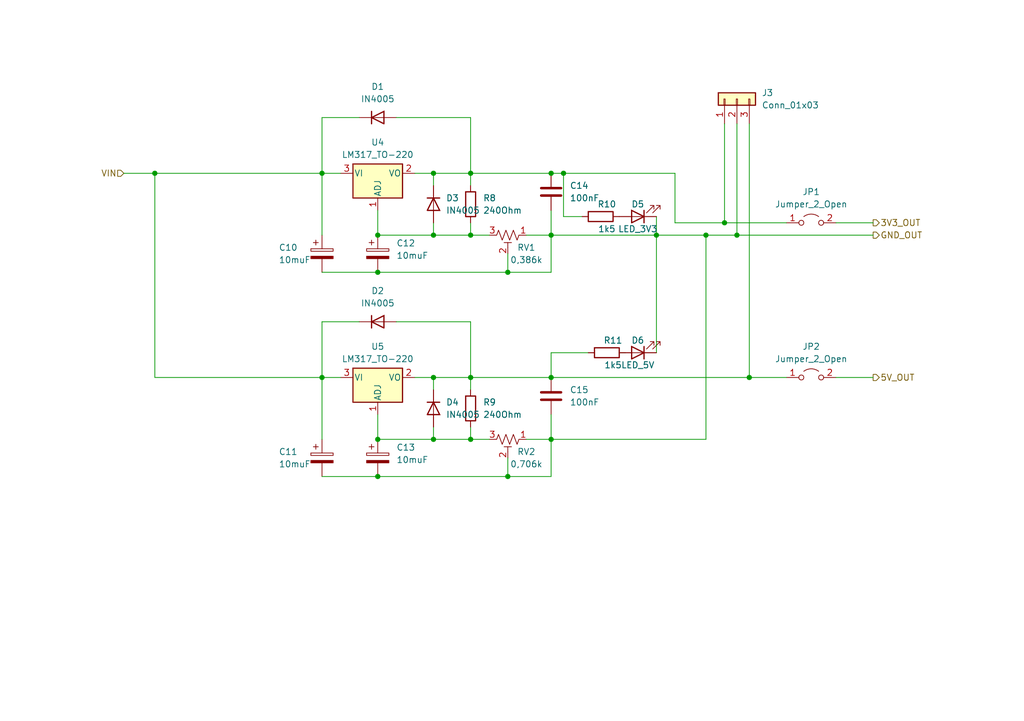
<source format=kicad_sch>
(kicad_sch (version 20230121) (generator eeschema)
  (paper "A5")
  (title_block (title "Low voltage assembly") (rev "Mk1.1"))
  (lib_symbols
    (symbol "Connector_Generic:Conn_01x03" (pin_names (offset 1.016) hide)
      (property "Reference" "J" (at 0 5.08 0))
      (property "Value" "Conn_01x03" (at 0 -5.08 0))
      (symbol "Conn_01x03_1_1"
        (rectangle (start -1.27 -2.413) (end 0 -2.667) (stroke (width 0.1524)))
        (rectangle (start -1.27 0.127) (end 0 -0.127) (stroke (width 0.1524)))
        (rectangle (start -1.27 2.667) (end 0 2.413) (stroke (width 0.1524)))
        (rectangle (start -1.27 3.81) (end 1.27 -3.81) (stroke (width 0.254)) (fill (type background)))
        (pin passive line (at -5.08 2.54 0) (length 3.81) (name "Pin_1") (number "1"))
        (pin passive line (at -5.08 0 0) (length 3.81) (name "Pin_2") (number "2"))
        (pin passive line (at -5.08 -2.54 0) (length 3.81) (name "Pin_3") (number "3"))
      )
    )
    (symbol "Device:C" (pin_numbers hide) (pin_names (offset 0.254))
      (property "Reference" "C" (at 0.635 2.54 0))
      (property "Value" "C" (at 0.635 -2.54 0))
      (symbol "C_0_1"
        (polyline (pts (xy -2.032 -0.762) (xy 2.032 -0.762)) (stroke (width 0.508)))
        (polyline (pts (xy -2.032 0.762) (xy 2.032 0.762)) (stroke (width 0.508)))
      )
      (symbol "C_1_1"
        (pin passive line (at 0 3.81 270) (length 2.794) (name "~") (number "1"))
        (pin passive line (at 0 -3.81 90) (length 2.794) (name "~") (number "2"))
      )
    )
    (symbol "Device:C_Polarized" (pin_numbers hide) (pin_names (offset 0.254))
      (property "Reference" "C" (at 0.635 2.54 0))
      (property "Value" "C_Polarized" (at 0.635 -2.54 0))
      (symbol "C_Polarized_0_1"
        (rectangle (start -2.286 0.508) (end 2.286 1.016))
        (polyline (pts (xy -1.778 2.286) (xy -0.762 2.286)))
        (polyline (pts (xy -1.27 2.794) (xy -1.27 1.778)))
        (rectangle (start 2.286 -0.508) (end -2.286 -1.016) (fill (type outline)))
      )
      (symbol "C_Polarized_1_1"
        (pin passive line (at 0 3.81 270) (length 2.794) (name "~") (number "1"))
        (pin passive line (at 0 -3.81 90) (length 2.794) (name "~") (number "2"))
      )
    )
    (symbol "Device:D" (pin_numbers hide) (pin_names (offset 1.016) hide)
      (property "Reference" "D" (at 0 2.54 0))
      (property "Value" "D" (at 0 -2.54 0))
      (symbol "D_0_1"
        (polyline (pts (xy -1.27 1.27) (xy -1.27 -1.27)) (stroke (width 0.254)))
        (polyline (pts (xy 1.27 0) (xy -1.27 0)))
        (polyline (pts (xy 1.27 1.27) (xy 1.27 -1.27) (xy -1.27 0) (xy 1.27 1.27)) (stroke (width 0.254)))
      )
      (symbol "D_1_1"
        (pin passive line (at -3.81 0 0) (length 2.54) (name "K") (number "1"))
        (pin passive line (at 3.81 0 180) (length 2.54) (name "A") (number "2"))
      )
    )
    (symbol "Device:LED" (pin_numbers hide) (pin_names (offset 1.016) hide)
      (property "Reference" "D" (at 0 2.54 0))
      (property "Value" "LED" (at 0 -2.54 0))
      (symbol "LED_0_1"
        (polyline (pts (xy -1.27 -1.27) (xy -1.27 1.27)) (stroke (width 0.254)))
        (polyline (pts (xy -1.27 0) (xy 1.27 0)))
        (polyline (pts (xy 1.27 -1.27) (xy 1.27 1.27) (xy -1.27 0) (xy 1.27 -1.27)) (stroke (width 0.254)))
        (polyline (pts (xy -3.048 -0.762) (xy -4.572 -2.286) (xy -3.81 -2.286) (xy -4.572 -2.286) (xy -4.572 -1.524)))
        (polyline (pts (xy -1.778 -0.762) (xy -3.302 -2.286) (xy -2.54 -2.286) (xy -3.302 -2.286) (xy -3.302 -1.524)))
      )
      (symbol "LED_1_1"
        (pin passive line (at -3.81 0 0) (length 2.54) (name "K") (number "1"))
        (pin passive line (at 3.81 0 180) (length 2.54) (name "A") (number "2"))
      )
    )
    (symbol "Device:R" (pin_numbers hide) (pin_names (offset 0))
      (property "Reference" "R" (at 2.032 0 90))
      (property "Value" "R" (at 0 0 90))
      (symbol "R_0_1"
        (rectangle (start -1.016 -2.54) (end 1.016 2.54) (stroke (width 0.254)))
      )
      (symbol "R_1_1"
        (pin passive line (at 0 3.81 270) (length 1.27) (name "~") (number "1"))
        (pin passive line (at 0 -3.81 90) (length 1.27) (name "~") (number "2"))
      )
    )
    (symbol "Device:R_Potentiometer_Trim_US" (pin_names (offset 1.016) hide)
      (property "Reference" "RV" (at -4.445 0 90))
      (property "Value" "R_Potentiometer_Trim_US" (at -2.54 0 90))
      (symbol "R_Potentiometer_Trim_US_0_1"
        (polyline (pts (xy 0 -2.286) (xy 0 -2.54)))
        (polyline (pts (xy 0 2.286) (xy 0 2.54)))
        (polyline (pts (xy 1.524 0.762) (xy 1.524 -0.762)))
        (polyline (pts (xy 2.54 0) (xy 1.524 0)))
        (polyline (pts (xy 0 -0.762) (xy 1.016 -1.143) (xy 0 -1.524) (xy -1.016 -1.905) (xy 0 -2.286)))
        (polyline (pts (xy 0 0.762) (xy 1.016 0.381) (xy 0 0) (xy -1.016 -0.381) (xy 0 -0.762)))
        (polyline (pts (xy 0 2.286) (xy 1.016 1.905) (xy 0 1.524) (xy -1.016 1.143) (xy 0 0.762)))
      )
      (symbol "R_Potentiometer_Trim_US_1_1"
        (pin passive line (at 0 3.81 270) (length 1.27) (name "1") (number "1"))
        (pin passive line (at 3.81 0 180) (length 1.27) (name "2") (number "2"))
        (pin passive line (at 0 -3.81 90) (length 1.27) (name "3") (number "3"))
      )
    )
    (symbol "Jumper:Jumper_2_Open" (pin_names (offset 0) hide)
      (property "Reference" "JP" (at 0 2.794 0))
      (property "Value" "Jumper_2_Open" (at 0 -2.286 0))
      (symbol "Jumper_2_Open_0_0"
        (circle (center -2.032 0) (radius 0.508))
        (circle (center 2.032 0) (radius 0.508))
      )
      (symbol "Jumper_2_Open_0_1"
        (arc (start 1.524 1.27) (mid 0 1.778) (end -1.524 1.27))
      )
      (symbol "Jumper_2_Open_1_1"
        (pin passive line (at -5.08 0 0) (length 2.54) (name "A") (number "1"))
        (pin passive line (at 5.08 0 180) (length 2.54) (name "B") (number "2"))
      )
    )
    (symbol "Regulator_Linear:LM317_TO-220" (pin_names (offset 0.254))
      (property "Reference" "U" (at -3.81 3.175 0))
      (property "Value" "LM317_TO-220" (at 0 3.175 0))
      (symbol "LM317_TO-220_0_1"
        (rectangle (start -5.08 1.905) (end 5.08 -5.08) (stroke (width 0.254)) (fill (type background)))
      )
      (symbol "LM317_TO-220_1_1"
        (pin input line (at 0 -7.62 90) (length 2.54) (name "ADJ") (number "1"))
        (pin power_out line (at 7.62 0 180) (length 2.54) (name "VO") (number "2"))
        (pin power_in line (at -7.62 0 0) (length 2.54) (name "VI") (number "3"))
      )
    )
  )
  (junction (at 96.52 90.17))
  (junction (at 104.14 55.88))
  (junction (at 31.75 35.56))
  (junction (at 113.03 48.26))
  (junction (at 77.47 97.79))
  (junction (at 104.14 97.79))
  (junction (at 77.47 90.17))
  (junction (at 66.04 77.47))
  (junction (at 134.62 48.26))
  (junction (at 151.13 48.26))
  (junction (at 77.47 48.26))
  (junction (at 88.9 35.56))
  (junction (at 115.57 35.56))
  (junction (at 96.52 48.26))
  (junction (at 88.9 77.47))
  (junction (at 96.52 77.47))
  (junction (at 144.78 48.26))
  (junction (at 66.04 35.56))
  (junction (at 96.52 35.56))
  (junction (at 148.59 45.72))
  (junction (at 88.9 90.17))
  (junction (at 113.03 35.56))
  (junction (at 113.03 77.47))
  (junction (at 88.9 48.26))
  (junction (at 113.03 90.17))
  (junction (at 153.67 77.47))
  (junction (at 77.47 55.88))
  (wire (pts (xy 144.78 48.26) (xy 151.13 48.26)))
  (wire (pts (xy 77.47 43.18) (xy 77.47 48.26)))
  (wire (pts (xy 88.9 77.47) (xy 88.9 80.01)))
  (wire (pts (xy 153.67 25.4) (xy 153.67 77.47)))
  (wire (pts (xy 66.04 90.17) (xy 66.04 77.47)))
  (wire (pts (xy 113.03 90.17) (xy 144.78 90.17)))
  (wire (pts (xy 31.75 35.56) (xy 66.04 35.56)))
  (wire (pts (xy 115.57 35.56) (xy 138.43 35.56)))
  (wire (pts (xy 31.75 35.56) (xy 31.75 77.47)))
  (wire (pts (xy 138.43 45.72) (xy 148.59 45.72)))
  (wire (pts (xy 96.52 48.26) (xy 100.33 48.26)))
  (wire (pts (xy 134.62 48.26) (xy 144.78 48.26)))
  (wire (pts (xy 96.52 87.63) (xy 96.52 90.17)))
  (wire (pts (xy 113.03 55.88) (xy 113.03 48.26)))
  (wire (pts (xy 66.04 24.13) (xy 66.04 35.56)))
  (wire (pts (xy 88.9 45.72) (xy 88.9 48.26)))
  (wire (pts (xy 104.14 97.79) (xy 113.03 97.79)))
  (wire (pts (xy 96.52 35.56) (xy 113.03 35.56)))
  (wire (pts (xy 66.04 35.56) (xy 66.04 48.26)))
  (wire (pts (xy 96.52 24.13) (xy 81.28 24.13)))
  (wire (pts (xy 88.9 35.56) (xy 96.52 35.56)))
  (wire (pts (xy 148.59 45.72) (xy 161.29 45.72)))
  (wire (pts (xy 66.04 35.56) (xy 69.85 35.56)))
  (wire (pts (xy 88.9 35.56) (xy 88.9 38.1)))
  (wire (pts (xy 25.4 35.56) (xy 31.75 35.56)))
  (wire (pts (xy 153.67 77.47) (xy 161.29 77.47)))
  (wire (pts (xy 88.9 90.17) (xy 96.52 90.17)))
  (wire (pts (xy 85.09 77.47) (xy 88.9 77.47)))
  (wire (pts (xy 113.03 35.56) (xy 115.57 35.56)))
  (wire (pts (xy 151.13 25.4) (xy 151.13 48.26)))
  (wire (pts (xy 134.62 48.26) (xy 134.62 72.39)))
  (wire (pts (xy 77.47 97.79) (xy 104.14 97.79)))
  (wire (pts (xy 88.9 87.63) (xy 88.9 90.17)))
  (wire (pts (xy 88.9 77.47) (xy 96.52 77.47)))
  (wire (pts (xy 96.52 66.04) (xy 81.28 66.04)))
  (wire (pts (xy 104.14 93.98) (xy 104.14 97.79)))
  (wire (pts (xy 96.52 77.47) (xy 96.52 66.04)))
  (wire (pts (xy 113.03 77.47) (xy 153.67 77.47)))
  (wire (pts (xy 77.47 48.26) (xy 88.9 48.26)))
  (wire (pts (xy 113.03 85.09) (xy 113.03 90.17)))
  (wire (pts (xy 77.47 85.09) (xy 77.47 90.17)))
  (wire (pts (xy 66.04 55.88) (xy 77.47 55.88)))
  (wire (pts (xy 96.52 77.47) (xy 113.03 77.47)))
  (wire (pts (xy 127 72.39) (xy 128.27 72.39)))
  (wire (pts (xy 104.14 52.07) (xy 104.14 55.88)))
  (wire (pts (xy 134.62 44.45) (xy 134.62 48.26)))
  (wire (pts (xy 88.9 48.26) (xy 96.52 48.26)))
  (wire (pts (xy 73.66 66.04) (xy 66.04 66.04)))
  (wire (pts (xy 113.03 43.18) (xy 113.03 48.26)))
  (wire (pts (xy 73.66 24.13) (xy 66.04 24.13)))
  (wire (pts (xy 113.03 72.39) (xy 113.03 77.47)))
  (wire (pts (xy 119.38 44.45) (xy 115.57 44.45)))
  (wire (pts (xy 138.43 35.56) (xy 138.43 45.72)))
  (wire (pts (xy 85.09 35.56) (xy 88.9 35.56)))
  (wire (pts (xy 96.52 45.72) (xy 96.52 48.26)))
  (wire (pts (xy 66.04 97.79) (xy 77.47 97.79)))
  (wire (pts (xy 113.03 97.79) (xy 113.03 90.17)))
  (wire (pts (xy 144.78 48.26) (xy 144.78 90.17)))
  (wire (pts (xy 96.52 35.56) (xy 96.52 24.13)))
  (wire (pts (xy 120.65 72.39) (xy 113.03 72.39)))
  (wire (pts (xy 113.03 48.26) (xy 107.95 48.26)))
  (wire (pts (xy 115.57 44.45) (xy 115.57 35.56)))
  (wire (pts (xy 171.45 77.47) (xy 179.07 77.47)))
  (wire (pts (xy 148.59 25.4) (xy 148.59 45.72)))
  (wire (pts (xy 66.04 77.47) (xy 31.75 77.47)))
  (wire (pts (xy 171.45 45.72) (xy 179.07 45.72)))
  (wire (pts (xy 151.13 48.26) (xy 179.07 48.26)))
  (wire (pts (xy 104.14 55.88) (xy 113.03 55.88)))
  (wire (pts (xy 66.04 66.04) (xy 66.04 77.47)))
  (wire (pts (xy 77.47 90.17) (xy 88.9 90.17)))
  (wire (pts (xy 107.95 90.17) (xy 113.03 90.17)))
  (wire (pts (xy 66.04 77.47) (xy 69.85 77.47)))
  (wire (pts (xy 113.03 48.26) (xy 134.62 48.26)))
  (wire (pts (xy 96.52 35.56) (xy 96.52 38.1)))
  (wire (pts (xy 96.52 77.47) (xy 96.52 80.01)))
  (wire (pts (xy 96.52 90.17) (xy 100.33 90.17)))
  (wire (pts (xy 77.47 55.88) (xy 104.14 55.88)))
  (hierarchical_label "5V_OUT" (shape output) (at 179.07 77.47 0))
  (hierarchical_label "GND_OUT" (shape output) (at 179.07 48.26 0))
  (hierarchical_label "3V3_OUT" (shape output) (at 179.07 45.72 0))
  (hierarchical_label "VIN" (shape input) (at 25.4 35.56 180))
  (symbol (lib_id "Device:D") (at 88.9 41.91 270) (unit 1)
    (property "Reference" "D3" (at 91.44 40.64 90) (effects (justify left)))
    (property "Value" "IN4005" (at 91.44 43.18 90) (effects (justify left)))
    (property "Footprint" "Diode_THT:D_T-1_P5.08mm_Horizontal" (effects hide))
    (property "Sim.Device" "D" (effects hide))
    (property "Sim.Pins" "1=K 2=A" (effects hide))
  )
  (symbol (lib_id "Connector_Generic:Conn_01x03") (at 151.13 20.32 90) (unit 1)
    (property "Reference" "J3" (at 156.21 19.05 90) (effects (justify right)))
    (property "Value" "Conn_01x03" (at 156.21 21.59 90) (effects (justify right)))
    (property "Footprint" "Connector_PinHeader_2.54mm:PinHeader_1x03_P2.54mm_Vertical" (effects hide))
  )
  (symbol (lib_id "Device:LED") (at 130.81 44.45 180) (unit 1)
    (property "Reference" "D5" (at 130.81 41.91 0))
    (property "Value" "LED_3V3" (at 130.81 46.99 0))
    (property "Footprint" "LED_SMD:LED_0603_1608Metric" (effects hide))
  )
  (symbol (lib_id "Regulator_Linear:LM317_TO-220") (at 77.47 77.47 0) (unit 1)
    (property "Reference" "U5" (at 77.47 71.12 0))
    (property "Value" "LM317_TO-220" (at 77.47 73.66 0))
    (property "Footprint" "Package_TO_SOT_THT:TO-220-3_Vertical" (effects hide))
    (property "Datasheet" "http://www.ti.com/lit/ds/symlink/lm317.pdf" (effects hide))
  )
  (symbol (lib_id "Device:R_Potentiometer_Trim_US") (at 104.14 48.26 270) (unit 1)
    (property "Reference" "RV1" (at 107.95 50.8 90))
    (property "Value" "0,386k" (at 107.95 53.34 90))
    (property "Footprint" "Potentiometer_THT:Potentiometer_Bourns_3006P_Horizontal" (effects hide))
  )
  (symbol (lib_id "Device:R") (at 123.19 44.45 90) (unit 1)
    (property "Reference" "R10" (at 124.46 41.91 90))
    (property "Value" "1k5" (at 124.46 46.99 90))
    (property "Footprint" "Resistor_SMD:R_0805_2012Metric" (effects hide))
  )
  (symbol (lib_id "Device:R") (at 96.52 41.91 0) (unit 1)
    (property "Reference" "R8" (at 99.06 40.64 0) (effects (justify left)))
    (property "Value" "240Ohm" (at 99.06 43.18 0) (effects (justify left)))
    (property "Footprint" "Resistor_SMD:R_0805_2012Metric" (effects hide))
  )
  (symbol (lib_id "Device:C") (at 113.03 81.28 0) (unit 1)
    (property "Reference" "C15" (at 116.84 80.01 0) (effects (justify left)))
    (property "Value" "100nF" (at 116.84 82.55 0) (effects (justify left)))
    (property "Footprint" "Capacitor_SMD:C_0603_1608Metric" (effects hide))
  )
  (symbol (lib_id "Device:D") (at 77.47 66.04 0) (unit 1)
    (property "Reference" "D2" (at 77.47 59.69 0))
    (property "Value" "IN4005" (at 77.47 62.23 0))
    (property "Footprint" "Diode_THT:D_T-1_P5.08mm_Horizontal" (effects hide))
    (property "Sim.Device" "D" (effects hide))
    (property "Sim.Pins" "1=K 2=A" (effects hide))
  )
  (symbol (lib_id "Device:D") (at 77.47 24.13 0) (unit 1)
    (property "Reference" "D1" (at 77.47 17.78 0))
    (property "Value" "IN4005" (at 77.47 20.32 0))
    (property "Footprint" "Diode_THT:D_T-1_P5.08mm_Horizontal" (effects hide))
    (property "Sim.Device" "D" (effects hide))
    (property "Sim.Pins" "1=K 2=A" (effects hide))
  )
  (symbol (lib_id "Device:D") (at 88.9 83.82 270) (unit 1)
    (property "Reference" "D4" (at 91.44 82.55 90) (effects (justify left)))
    (property "Value" "IN4005" (at 91.44 85.09 90) (effects (justify left)))
    (property "Footprint" "Diode_THT:D_T-1_P5.08mm_Horizontal" (effects hide))
    (property "Sim.Device" "D" (effects hide))
    (property "Sim.Pins" "1=K 2=A" (effects hide))
  )
  (symbol (lib_id "Device:C_Polarized") (at 66.04 52.07 0) (unit 1)
    (property "Reference" "C10" (at 57.15 50.8 0) (effects (justify left)))
    (property "Value" "10muF" (at 57.15 53.34 0) (effects (justify left)))
    (property "Footprint" "Capacitor_THT:CP_Radial_D5.0mm_P2.00mm" (effects hide))
  )
  (symbol (lib_id "Device:LED") (at 130.81 72.39 180) (unit 1)
    (property "Reference" "D6" (at 130.81 69.85 0))
    (property "Value" "LED_5V" (at 130.81 74.93 0))
    (property "Footprint" "LED_SMD:LED_0603_1608Metric" (effects hide))
  )
  (symbol (lib_id "Jumper:Jumper_2_Open") (at 166.37 77.47 0) (unit 1)
    (property "Reference" "JP2" (at 166.37 71.12 0))
    (property "Value" "Jumper_2_Open" (at 166.37 73.66 0))
    (property "Footprint" "Connector_PinHeader_2.54mm:PinHeader_1x02_P2.54mm_Vertical" (effects hide))
  )
  (symbol (lib_id "Device:C_Polarized") (at 77.47 93.98 0) (unit 1)
    (property "Reference" "C13" (at 81.28 91.821 0) (effects (justify left)))
    (property "Value" "10muF" (at 81.28 94.361 0) (effects (justify left)))
    (property "Footprint" "Capacitor_THT:CP_Radial_D5.0mm_P2.00mm" (effects hide))
  )
  (symbol (lib_id "Device:C") (at 113.03 39.37 0) (unit 1)
    (property "Reference" "C14" (at 116.84 38.1 0) (effects (justify left)))
    (property "Value" "100nF" (at 116.84 40.64 0) (effects (justify left)))
    (property "Footprint" "Capacitor_SMD:C_0603_1608Metric" (effects hide))
  )
  (symbol (lib_id "Device:R") (at 96.52 83.82 0) (unit 1)
    (property "Reference" "R9" (at 99.06 82.55 0) (effects (justify left)))
    (property "Value" "240Ohm" (at 99.06 85.09 0) (effects (justify left)))
    (property "Footprint" "Resistor_SMD:R_0805_2012Metric" (effects hide))
  )
  (symbol (lib_id "Jumper:Jumper_2_Open") (at 166.37 45.72 0) (unit 1)
    (property "Reference" "JP1" (at 166.37 39.37 0))
    (property "Value" "Jumper_2_Open" (at 166.37 41.91 0))
    (property "Footprint" "Connector_PinHeader_2.54mm:PinHeader_1x02_P2.54mm_Vertical" (effects hide))
  )
  (symbol (lib_id "Device:R_Potentiometer_Trim_US") (at 104.14 90.17 270) (unit 1)
    (property "Reference" "RV2" (at 107.95 92.71 90))
    (property "Value" "0,706k" (at 107.95 95.25 90))
    (property "Footprint" "Potentiometer_THT:Potentiometer_Bourns_3006P_Horizontal" (effects hide))
  )
  (symbol (lib_id "Regulator_Linear:LM317_TO-220") (at 77.47 35.56 0) (unit 1)
    (property "Reference" "U4" (at 77.47 29.21 0))
    (property "Value" "LM317_TO-220" (at 77.47 31.75 0))
    (property "Footprint" "Package_TO_SOT_THT:TO-220-3_Vertical" (effects hide))
    (property "Datasheet" "http://www.ti.com/lit/ds/symlink/lm317.pdf" (effects hide))
  )
  (symbol (lib_id "Device:C_Polarized") (at 66.04 93.98 0) (unit 1)
    (property "Reference" "C11" (at 57.15 92.71 0) (effects (justify left)))
    (property "Value" "10muF" (at 57.15 95.25 0) (effects (justify left)))
    (property "Footprint" "Capacitor_THT:CP_Radial_D5.0mm_P2.00mm" (effects hide))
  )
  (symbol (lib_id "Device:C_Polarized") (at 77.47 52.07 0) (unit 1)
    (property "Reference" "C12" (at 81.28 49.911 0) (effects (justify left)))
    (property "Value" "10muF" (at 81.28 52.451 0) (effects (justify left)))
    (property "Footprint" "Capacitor_THT:CP_Radial_D5.0mm_P2.00mm" (effects hide))
  )
  (symbol (lib_id "Device:R") (at 124.46 72.39 90) (unit 1)
    (property "Reference" "R11" (at 125.73 69.85 90))
    (property "Value" "1k5" (at 125.73 74.93 90))
    (property "Footprint" "Resistor_SMD:R_0805_2012Metric" (effects hide))
  )
)
</source>
